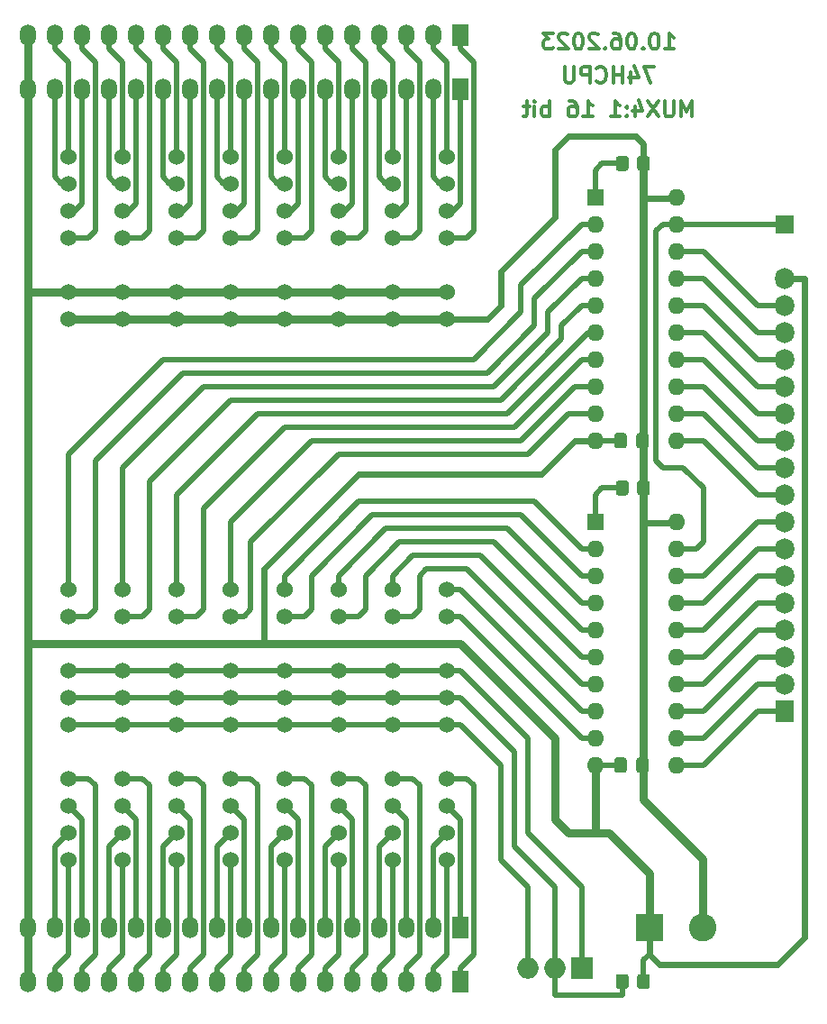
<source format=gbr>
%TF.GenerationSoftware,KiCad,Pcbnew,(5.1.8)-1*%
%TF.CreationDate,2023-06-16T08:46:22+03:00*%
%TF.ProjectId,MUX16bit,4d555831-3662-4697-942e-6b696361645f,rev?*%
%TF.SameCoordinates,Original*%
%TF.FileFunction,Copper,L2,Bot*%
%TF.FilePolarity,Positive*%
%FSLAX46Y46*%
G04 Gerber Fmt 4.6, Leading zero omitted, Abs format (unit mm)*
G04 Created by KiCad (PCBNEW (5.1.8)-1) date 2023-06-16 08:46:22*
%MOMM*%
%LPD*%
G01*
G04 APERTURE LIST*
%TA.AperFunction,NonConductor*%
%ADD10C,0.300000*%
%TD*%
%TA.AperFunction,ComponentPad*%
%ADD11O,1.800000X2.000000*%
%TD*%
%TA.AperFunction,ComponentPad*%
%ADD12R,1.800000X2.000000*%
%TD*%
%TA.AperFunction,ComponentPad*%
%ADD13O,1.500000X2.000000*%
%TD*%
%TA.AperFunction,ComponentPad*%
%ADD14R,1.500000X2.000000*%
%TD*%
%TA.AperFunction,ComponentPad*%
%ADD15C,2.600000*%
%TD*%
%TA.AperFunction,ComponentPad*%
%ADD16R,2.600000X2.600000*%
%TD*%
%TA.AperFunction,ComponentPad*%
%ADD17O,2.000000X2.000000*%
%TD*%
%TA.AperFunction,ComponentPad*%
%ADD18R,2.000000X2.000000*%
%TD*%
%TA.AperFunction,ComponentPad*%
%ADD19R,1.700000X1.700000*%
%TD*%
%TA.AperFunction,ComponentPad*%
%ADD20C,1.524000*%
%TD*%
%TA.AperFunction,ComponentPad*%
%ADD21O,1.600000X1.600000*%
%TD*%
%TA.AperFunction,ComponentPad*%
%ADD22R,1.600000X1.600000*%
%TD*%
%TA.AperFunction,Conductor*%
%ADD23C,0.500000*%
%TD*%
%TA.AperFunction,Conductor*%
%ADD24C,0.800000*%
%TD*%
%TA.AperFunction,Conductor*%
%ADD25C,0.600000*%
%TD*%
G04 APERTURE END LIST*
D10*
X151331428Y-33063571D02*
X151331428Y-31563571D01*
X150831428Y-32635000D01*
X150331428Y-31563571D01*
X150331428Y-33063571D01*
X149617142Y-31563571D02*
X149617142Y-32777857D01*
X149545714Y-32920714D01*
X149474285Y-32992142D01*
X149331428Y-33063571D01*
X149045714Y-33063571D01*
X148902857Y-32992142D01*
X148831428Y-32920714D01*
X148760000Y-32777857D01*
X148760000Y-31563571D01*
X148188571Y-31563571D02*
X147188571Y-33063571D01*
X147188571Y-31563571D02*
X148188571Y-33063571D01*
X145974285Y-32063571D02*
X145974285Y-33063571D01*
X146331428Y-31492142D02*
X146688571Y-32563571D01*
X145760000Y-32563571D01*
X145188571Y-32920714D02*
X145117142Y-32992142D01*
X145188571Y-33063571D01*
X145260000Y-32992142D01*
X145188571Y-32920714D01*
X145188571Y-33063571D01*
X145188571Y-32135000D02*
X145117142Y-32206428D01*
X145188571Y-32277857D01*
X145260000Y-32206428D01*
X145188571Y-32135000D01*
X145188571Y-32277857D01*
X143688571Y-33063571D02*
X144545714Y-33063571D01*
X144117142Y-33063571D02*
X144117142Y-31563571D01*
X144260000Y-31777857D01*
X144402857Y-31920714D01*
X144545714Y-31992142D01*
X141117142Y-33063571D02*
X141974285Y-33063571D01*
X141545714Y-33063571D02*
X141545714Y-31563571D01*
X141688571Y-31777857D01*
X141831428Y-31920714D01*
X141974285Y-31992142D01*
X139831428Y-31563571D02*
X140117142Y-31563571D01*
X140260000Y-31635000D01*
X140331428Y-31706428D01*
X140474285Y-31920714D01*
X140545714Y-32206428D01*
X140545714Y-32777857D01*
X140474285Y-32920714D01*
X140402857Y-32992142D01*
X140260000Y-33063571D01*
X139974285Y-33063571D01*
X139831428Y-32992142D01*
X139760000Y-32920714D01*
X139688571Y-32777857D01*
X139688571Y-32420714D01*
X139760000Y-32277857D01*
X139831428Y-32206428D01*
X139974285Y-32135000D01*
X140260000Y-32135000D01*
X140402857Y-32206428D01*
X140474285Y-32277857D01*
X140545714Y-32420714D01*
X137902857Y-33063571D02*
X137902857Y-31563571D01*
X137902857Y-32135000D02*
X137760000Y-32063571D01*
X137474285Y-32063571D01*
X137331428Y-32135000D01*
X137260000Y-32206428D01*
X137188571Y-32349285D01*
X137188571Y-32777857D01*
X137260000Y-32920714D01*
X137331428Y-32992142D01*
X137474285Y-33063571D01*
X137760000Y-33063571D01*
X137902857Y-32992142D01*
X136545714Y-33063571D02*
X136545714Y-32063571D01*
X136545714Y-31563571D02*
X136617142Y-31635000D01*
X136545714Y-31706428D01*
X136474285Y-31635000D01*
X136545714Y-31563571D01*
X136545714Y-31706428D01*
X136045714Y-32063571D02*
X135474285Y-32063571D01*
X135831428Y-31563571D02*
X135831428Y-32849285D01*
X135760000Y-32992142D01*
X135617142Y-33063571D01*
X135474285Y-33063571D01*
X147795714Y-28388571D02*
X146795714Y-28388571D01*
X147438571Y-29888571D01*
X145581428Y-28888571D02*
X145581428Y-29888571D01*
X145938571Y-28317142D02*
X146295714Y-29388571D01*
X145367142Y-29388571D01*
X144795714Y-29888571D02*
X144795714Y-28388571D01*
X144795714Y-29102857D02*
X143938571Y-29102857D01*
X143938571Y-29888571D02*
X143938571Y-28388571D01*
X142367142Y-29745714D02*
X142438571Y-29817142D01*
X142652857Y-29888571D01*
X142795714Y-29888571D01*
X143010000Y-29817142D01*
X143152857Y-29674285D01*
X143224285Y-29531428D01*
X143295714Y-29245714D01*
X143295714Y-29031428D01*
X143224285Y-28745714D01*
X143152857Y-28602857D01*
X143010000Y-28460000D01*
X142795714Y-28388571D01*
X142652857Y-28388571D01*
X142438571Y-28460000D01*
X142367142Y-28531428D01*
X141724285Y-29888571D02*
X141724285Y-28388571D01*
X141152857Y-28388571D01*
X141010000Y-28460000D01*
X140938571Y-28531428D01*
X140867142Y-28674285D01*
X140867142Y-28888571D01*
X140938571Y-29031428D01*
X141010000Y-29102857D01*
X141152857Y-29174285D01*
X141724285Y-29174285D01*
X140224285Y-28388571D02*
X140224285Y-29602857D01*
X140152857Y-29745714D01*
X140081428Y-29817142D01*
X139938571Y-29888571D01*
X139652857Y-29888571D01*
X139510000Y-29817142D01*
X139438571Y-29745714D01*
X139367142Y-29602857D01*
X139367142Y-28388571D01*
X148795714Y-26713571D02*
X149652857Y-26713571D01*
X149224285Y-26713571D02*
X149224285Y-25213571D01*
X149367142Y-25427857D01*
X149510000Y-25570714D01*
X149652857Y-25642142D01*
X147867142Y-25213571D02*
X147724285Y-25213571D01*
X147581428Y-25285000D01*
X147510000Y-25356428D01*
X147438571Y-25499285D01*
X147367142Y-25785000D01*
X147367142Y-26142142D01*
X147438571Y-26427857D01*
X147510000Y-26570714D01*
X147581428Y-26642142D01*
X147724285Y-26713571D01*
X147867142Y-26713571D01*
X148010000Y-26642142D01*
X148081428Y-26570714D01*
X148152857Y-26427857D01*
X148224285Y-26142142D01*
X148224285Y-25785000D01*
X148152857Y-25499285D01*
X148081428Y-25356428D01*
X148010000Y-25285000D01*
X147867142Y-25213571D01*
X146724285Y-26570714D02*
X146652857Y-26642142D01*
X146724285Y-26713571D01*
X146795714Y-26642142D01*
X146724285Y-26570714D01*
X146724285Y-26713571D01*
X145724285Y-25213571D02*
X145581428Y-25213571D01*
X145438571Y-25285000D01*
X145367142Y-25356428D01*
X145295714Y-25499285D01*
X145224285Y-25785000D01*
X145224285Y-26142142D01*
X145295714Y-26427857D01*
X145367142Y-26570714D01*
X145438571Y-26642142D01*
X145581428Y-26713571D01*
X145724285Y-26713571D01*
X145867142Y-26642142D01*
X145938571Y-26570714D01*
X146010000Y-26427857D01*
X146081428Y-26142142D01*
X146081428Y-25785000D01*
X146010000Y-25499285D01*
X145938571Y-25356428D01*
X145867142Y-25285000D01*
X145724285Y-25213571D01*
X143938571Y-25213571D02*
X144224285Y-25213571D01*
X144367142Y-25285000D01*
X144438571Y-25356428D01*
X144581428Y-25570714D01*
X144652857Y-25856428D01*
X144652857Y-26427857D01*
X144581428Y-26570714D01*
X144510000Y-26642142D01*
X144367142Y-26713571D01*
X144081428Y-26713571D01*
X143938571Y-26642142D01*
X143867142Y-26570714D01*
X143795714Y-26427857D01*
X143795714Y-26070714D01*
X143867142Y-25927857D01*
X143938571Y-25856428D01*
X144081428Y-25785000D01*
X144367142Y-25785000D01*
X144510000Y-25856428D01*
X144581428Y-25927857D01*
X144652857Y-26070714D01*
X143152857Y-26570714D02*
X143081428Y-26642142D01*
X143152857Y-26713571D01*
X143224285Y-26642142D01*
X143152857Y-26570714D01*
X143152857Y-26713571D01*
X142510000Y-25356428D02*
X142438571Y-25285000D01*
X142295714Y-25213571D01*
X141938571Y-25213571D01*
X141795714Y-25285000D01*
X141724285Y-25356428D01*
X141652857Y-25499285D01*
X141652857Y-25642142D01*
X141724285Y-25856428D01*
X142581428Y-26713571D01*
X141652857Y-26713571D01*
X140724285Y-25213571D02*
X140581428Y-25213571D01*
X140438571Y-25285000D01*
X140367142Y-25356428D01*
X140295714Y-25499285D01*
X140224285Y-25785000D01*
X140224285Y-26142142D01*
X140295714Y-26427857D01*
X140367142Y-26570714D01*
X140438571Y-26642142D01*
X140581428Y-26713571D01*
X140724285Y-26713571D01*
X140867142Y-26642142D01*
X140938571Y-26570714D01*
X141010000Y-26427857D01*
X141081428Y-26142142D01*
X141081428Y-25785000D01*
X141010000Y-25499285D01*
X140938571Y-25356428D01*
X140867142Y-25285000D01*
X140724285Y-25213571D01*
X139652857Y-25356428D02*
X139581428Y-25285000D01*
X139438571Y-25213571D01*
X139081428Y-25213571D01*
X138938571Y-25285000D01*
X138867142Y-25356428D01*
X138795714Y-25499285D01*
X138795714Y-25642142D01*
X138867142Y-25856428D01*
X139724285Y-26713571D01*
X138795714Y-26713571D01*
X138295714Y-25213571D02*
X137367142Y-25213571D01*
X137867142Y-25785000D01*
X137652857Y-25785000D01*
X137510000Y-25856428D01*
X137438571Y-25927857D01*
X137367142Y-26070714D01*
X137367142Y-26427857D01*
X137438571Y-26570714D01*
X137510000Y-26642142D01*
X137652857Y-26713571D01*
X138081428Y-26713571D01*
X138224285Y-26642142D01*
X138295714Y-26570714D01*
%TO.P,C2,2*%
%TO.N,GND*%
%TA.AperFunction,SMDPad,CuDef*%
G36*
G01*
X145197500Y-63025000D02*
X145197500Y-63975000D01*
G75*
G02*
X144947500Y-64225000I-250000J0D01*
G01*
X144272500Y-64225000D01*
G75*
G02*
X144022500Y-63975000I0J250000D01*
G01*
X144022500Y-63025000D01*
G75*
G02*
X144272500Y-62775000I250000J0D01*
G01*
X144947500Y-62775000D01*
G75*
G02*
X145197500Y-63025000I0J-250000D01*
G01*
G37*
%TD.AperFunction*%
%TO.P,C2,1*%
%TO.N,VCC*%
%TA.AperFunction,SMDPad,CuDef*%
G36*
G01*
X147272500Y-63025000D02*
X147272500Y-63975000D01*
G75*
G02*
X147022500Y-64225000I-250000J0D01*
G01*
X146347500Y-64225000D01*
G75*
G02*
X146097500Y-63975000I0J250000D01*
G01*
X146097500Y-63025000D01*
G75*
G02*
X146347500Y-62775000I250000J0D01*
G01*
X147022500Y-62775000D01*
G75*
G02*
X147272500Y-63025000I0J-250000D01*
G01*
G37*
%TD.AperFunction*%
%TD*%
%TO.P,C1,2*%
%TO.N,GND*%
%TA.AperFunction,SMDPad,CuDef*%
G36*
G01*
X145197500Y-93505000D02*
X145197500Y-94455000D01*
G75*
G02*
X144947500Y-94705000I-250000J0D01*
G01*
X144272500Y-94705000D01*
G75*
G02*
X144022500Y-94455000I0J250000D01*
G01*
X144022500Y-93505000D01*
G75*
G02*
X144272500Y-93255000I250000J0D01*
G01*
X144947500Y-93255000D01*
G75*
G02*
X145197500Y-93505000I0J-250000D01*
G01*
G37*
%TD.AperFunction*%
%TO.P,C1,1*%
%TO.N,VCC*%
%TA.AperFunction,SMDPad,CuDef*%
G36*
G01*
X147272500Y-93505000D02*
X147272500Y-94455000D01*
G75*
G02*
X147022500Y-94705000I-250000J0D01*
G01*
X146347500Y-94705000D01*
G75*
G02*
X146097500Y-94455000I0J250000D01*
G01*
X146097500Y-93505000D01*
G75*
G02*
X146347500Y-93255000I250000J0D01*
G01*
X147022500Y-93255000D01*
G75*
G02*
X147272500Y-93505000I0J-250000D01*
G01*
G37*
%TD.AperFunction*%
%TD*%
D11*
%TO.P,J5,17*%
%TO.N,GND*%
X160020000Y-48260000D03*
%TO.P,J5,16*%
%TO.N,/BUS0*%
X160020000Y-50800000D03*
%TO.P,J5,15*%
%TO.N,/BUS1*%
X160020000Y-53340000D03*
%TO.P,J5,14*%
%TO.N,/BUS2*%
X160020000Y-55880000D03*
%TO.P,J5,13*%
%TO.N,/BUS3*%
X160020000Y-58420000D03*
%TO.P,J5,12*%
%TO.N,/BUS4*%
X160020000Y-60960000D03*
%TO.P,J5,11*%
%TO.N,/BUS5*%
X160020000Y-63500000D03*
%TO.P,J5,10*%
%TO.N,/BUS6*%
X160020000Y-66040000D03*
%TO.P,J5,9*%
%TO.N,/BUS7*%
X160020000Y-68580000D03*
%TO.P,J5,8*%
%TO.N,/BUS8*%
X160020000Y-71120000D03*
%TO.P,J5,7*%
%TO.N,/BUS9*%
X160020000Y-73660000D03*
%TO.P,J5,6*%
%TO.N,/BUS10*%
X160020000Y-76200000D03*
%TO.P,J5,5*%
%TO.N,/BUS11*%
X160020000Y-78740000D03*
%TO.P,J5,4*%
%TO.N,/BUS12*%
X160020000Y-81280000D03*
%TO.P,J5,3*%
%TO.N,/BUS13*%
X160020000Y-83820000D03*
%TO.P,J5,2*%
%TO.N,/BUS14*%
X160020000Y-86360000D03*
D12*
%TO.P,J5,1*%
%TO.N,/BUS15*%
X160020000Y-88900000D03*
%TD*%
D13*
%TO.P,J4,17*%
%TO.N,GND*%
X88900000Y-114300000D03*
%TO.P,J4,16*%
%TO.N,/D0*%
X91440000Y-114300000D03*
%TO.P,J4,15*%
%TO.N,/D1*%
X93980000Y-114300000D03*
%TO.P,J4,14*%
%TO.N,/D2*%
X96520000Y-114300000D03*
%TO.P,J4,13*%
%TO.N,/D3*%
X99060000Y-114300000D03*
%TO.P,J4,12*%
%TO.N,/D4*%
X101600000Y-114300000D03*
%TO.P,J4,11*%
%TO.N,/D5*%
X104140000Y-114300000D03*
%TO.P,J4,10*%
%TO.N,/D6*%
X106680000Y-114300000D03*
%TO.P,J4,9*%
%TO.N,/D7*%
X109220000Y-114300000D03*
%TO.P,J4,8*%
%TO.N,/D8*%
X111760000Y-114300000D03*
%TO.P,J4,7*%
%TO.N,/D9*%
X114300000Y-114300000D03*
%TO.P,J4,6*%
%TO.N,/D10*%
X116840000Y-114300000D03*
%TO.P,J4,5*%
%TO.N,/D11*%
X119380000Y-114300000D03*
%TO.P,J4,4*%
%TO.N,/D12*%
X121920000Y-114300000D03*
%TO.P,J4,3*%
%TO.N,/D13*%
X124460000Y-114300000D03*
%TO.P,J4,2*%
%TO.N,/D14*%
X127000000Y-114300000D03*
D14*
%TO.P,J4,1*%
%TO.N,/D15*%
X129540000Y-114300000D03*
%TD*%
D13*
%TO.P,J3,17*%
%TO.N,GND*%
X88900000Y-109220000D03*
%TO.P,J3,16*%
%TO.N,/C0*%
X91440000Y-109220000D03*
%TO.P,J3,15*%
%TO.N,/C1*%
X93980000Y-109220000D03*
%TO.P,J3,14*%
%TO.N,/C2*%
X96520000Y-109220000D03*
%TO.P,J3,13*%
%TO.N,/C3*%
X99060000Y-109220000D03*
%TO.P,J3,12*%
%TO.N,/C4*%
X101600000Y-109220000D03*
%TO.P,J3,11*%
%TO.N,/C5*%
X104140000Y-109220000D03*
%TO.P,J3,10*%
%TO.N,/C6*%
X106680000Y-109220000D03*
%TO.P,J3,9*%
%TO.N,/C7*%
X109220000Y-109220000D03*
%TO.P,J3,8*%
%TO.N,/C8*%
X111760000Y-109220000D03*
%TO.P,J3,7*%
%TO.N,/C9*%
X114300000Y-109220000D03*
%TO.P,J3,6*%
%TO.N,/C10*%
X116840000Y-109220000D03*
%TO.P,J3,5*%
%TO.N,/C11*%
X119380000Y-109220000D03*
%TO.P,J3,4*%
%TO.N,/C12*%
X121920000Y-109220000D03*
%TO.P,J3,3*%
%TO.N,/C13*%
X124460000Y-109220000D03*
%TO.P,J3,2*%
%TO.N,/C14*%
X127000000Y-109220000D03*
D14*
%TO.P,J3,1*%
%TO.N,/C15*%
X129540000Y-109220000D03*
%TD*%
D13*
%TO.P,J2,17*%
%TO.N,GND*%
X88900000Y-30480000D03*
%TO.P,J2,16*%
%TO.N,/B0*%
X91440000Y-30480000D03*
%TO.P,J2,15*%
%TO.N,/B1*%
X93980000Y-30480000D03*
%TO.P,J2,14*%
%TO.N,/B2*%
X96520000Y-30480000D03*
%TO.P,J2,13*%
%TO.N,/B3*%
X99060000Y-30480000D03*
%TO.P,J2,12*%
%TO.N,/B4*%
X101600000Y-30480000D03*
%TO.P,J2,11*%
%TO.N,/B5*%
X104140000Y-30480000D03*
%TO.P,J2,10*%
%TO.N,/B6*%
X106680000Y-30480000D03*
%TO.P,J2,9*%
%TO.N,/B7*%
X109220000Y-30480000D03*
%TO.P,J2,8*%
%TO.N,/B8*%
X111760000Y-30480000D03*
%TO.P,J2,7*%
%TO.N,/B9*%
X114300000Y-30480000D03*
%TO.P,J2,6*%
%TO.N,/B10*%
X116840000Y-30480000D03*
%TO.P,J2,5*%
%TO.N,/B11*%
X119380000Y-30480000D03*
%TO.P,J2,4*%
%TO.N,/B12*%
X121920000Y-30480000D03*
%TO.P,J2,3*%
%TO.N,/B13*%
X124460000Y-30480000D03*
%TO.P,J2,2*%
%TO.N,/B14*%
X127000000Y-30480000D03*
D14*
%TO.P,J2,1*%
%TO.N,/B15*%
X129540000Y-30480000D03*
%TD*%
D13*
%TO.P,J1,17*%
%TO.N,GND*%
X88900000Y-25400000D03*
%TO.P,J1,16*%
%TO.N,/A0*%
X91440000Y-25400000D03*
%TO.P,J1,15*%
%TO.N,/A1*%
X93980000Y-25400000D03*
%TO.P,J1,14*%
%TO.N,/A2*%
X96520000Y-25400000D03*
%TO.P,J1,13*%
%TO.N,/A3*%
X99060000Y-25400000D03*
%TO.P,J1,12*%
%TO.N,/A4*%
X101600000Y-25400000D03*
%TO.P,J1,11*%
%TO.N,/A5*%
X104140000Y-25400000D03*
%TO.P,J1,10*%
%TO.N,/A6*%
X106680000Y-25400000D03*
%TO.P,J1,9*%
%TO.N,/A7*%
X109220000Y-25400000D03*
%TO.P,J1,8*%
%TO.N,/A8*%
X111760000Y-25400000D03*
%TO.P,J1,7*%
%TO.N,/A9*%
X114300000Y-25400000D03*
%TO.P,J1,6*%
%TO.N,/A10*%
X116840000Y-25400000D03*
%TO.P,J1,5*%
%TO.N,/A11*%
X119380000Y-25400000D03*
%TO.P,J1,4*%
%TO.N,/A12*%
X121920000Y-25400000D03*
%TO.P,J1,3*%
%TO.N,/A13*%
X124460000Y-25400000D03*
%TO.P,J1,2*%
%TO.N,/A14*%
X127000000Y-25400000D03*
D14*
%TO.P,J1,1*%
%TO.N,/A15*%
X129540000Y-25400000D03*
%TD*%
%TO.P,R3,2*%
%TO.N,/~E*%
%TA.AperFunction,SMDPad,CuDef*%
G36*
G01*
X145380000Y-113849999D02*
X145380000Y-114750001D01*
G75*
G02*
X145130001Y-115000000I-249999J0D01*
G01*
X144429999Y-115000000D01*
G75*
G02*
X144180000Y-114750001I0J249999D01*
G01*
X144180000Y-113849999D01*
G75*
G02*
X144429999Y-113600000I249999J0D01*
G01*
X145130001Y-113600000D01*
G75*
G02*
X145380000Y-113849999I0J-249999D01*
G01*
G37*
%TD.AperFunction*%
%TO.P,R3,1*%
%TO.N,GND*%
%TA.AperFunction,SMDPad,CuDef*%
G36*
G01*
X147380000Y-113849999D02*
X147380000Y-114750001D01*
G75*
G02*
X147130001Y-115000000I-249999J0D01*
G01*
X146429999Y-115000000D01*
G75*
G02*
X146180000Y-114750001I0J249999D01*
G01*
X146180000Y-113849999D01*
G75*
G02*
X146429999Y-113600000I249999J0D01*
G01*
X147130001Y-113600000D01*
G75*
G02*
X147380000Y-113849999I0J-249999D01*
G01*
G37*
%TD.AperFunction*%
%TD*%
%TO.P,R2,2*%
%TO.N,VCC*%
%TA.AperFunction,SMDPad,CuDef*%
G36*
G01*
X146180000Y-68395001D02*
X146180000Y-67494999D01*
G75*
G02*
X146429999Y-67245000I249999J0D01*
G01*
X147130001Y-67245000D01*
G75*
G02*
X147380000Y-67494999I0J-249999D01*
G01*
X147380000Y-68395001D01*
G75*
G02*
X147130001Y-68645000I-249999J0D01*
G01*
X146429999Y-68645000D01*
G75*
G02*
X146180000Y-68395001I0J249999D01*
G01*
G37*
%TD.AperFunction*%
%TO.P,R2,1*%
%TO.N,Net-(R2-Pad1)*%
%TA.AperFunction,SMDPad,CuDef*%
G36*
G01*
X144180000Y-68395001D02*
X144180000Y-67494999D01*
G75*
G02*
X144429999Y-67245000I249999J0D01*
G01*
X145130001Y-67245000D01*
G75*
G02*
X145380000Y-67494999I0J-249999D01*
G01*
X145380000Y-68395001D01*
G75*
G02*
X145130001Y-68645000I-249999J0D01*
G01*
X144429999Y-68645000D01*
G75*
G02*
X144180000Y-68395001I0J249999D01*
G01*
G37*
%TD.AperFunction*%
%TD*%
%TO.P,R1,2*%
%TO.N,VCC*%
%TA.AperFunction,SMDPad,CuDef*%
G36*
G01*
X146180000Y-37915001D02*
X146180000Y-37014999D01*
G75*
G02*
X146429999Y-36765000I249999J0D01*
G01*
X147130001Y-36765000D01*
G75*
G02*
X147380000Y-37014999I0J-249999D01*
G01*
X147380000Y-37915001D01*
G75*
G02*
X147130001Y-38165000I-249999J0D01*
G01*
X146429999Y-38165000D01*
G75*
G02*
X146180000Y-37915001I0J249999D01*
G01*
G37*
%TD.AperFunction*%
%TO.P,R1,1*%
%TO.N,Net-(R1-Pad1)*%
%TA.AperFunction,SMDPad,CuDef*%
G36*
G01*
X144180000Y-37915001D02*
X144180000Y-37014999D01*
G75*
G02*
X144429999Y-36765000I249999J0D01*
G01*
X145130001Y-36765000D01*
G75*
G02*
X145380000Y-37014999I0J-249999D01*
G01*
X145380000Y-37915001D01*
G75*
G02*
X145130001Y-38165000I-249999J0D01*
G01*
X144429999Y-38165000D01*
G75*
G02*
X144180000Y-37915001I0J249999D01*
G01*
G37*
%TD.AperFunction*%
%TD*%
D15*
%TO.P,J8,2*%
%TO.N,VCC*%
X152320000Y-109220000D03*
D16*
%TO.P,J8,1*%
%TO.N,GND*%
X147320000Y-109220000D03*
%TD*%
D17*
%TO.P,J7,3*%
%TO.N,/S1*%
X135890000Y-113030000D03*
%TO.P,J7,2*%
%TO.N,/~E*%
X138430000Y-113030000D03*
D18*
%TO.P,J7,1*%
%TO.N,/S0*%
X140970000Y-113030000D03*
%TD*%
D19*
%TO.P,J6,1*%
%TO.N,/~OE*%
X160020000Y-43180000D03*
%TD*%
D20*
%TO.P,U8,15*%
%TO.N,/D14*%
X128270000Y-102870000D03*
%TO.P,U8,14*%
%TO.N,/C14*%
X128270000Y-100330000D03*
%TO.P,U8,13*%
%TO.N,/C15*%
X128270000Y-97790000D03*
%TO.P,U8,12*%
%TO.N,/D15*%
X128270000Y-95250000D03*
%TO.P,U8,11*%
%TO.N,/S1*%
X128270000Y-90170000D03*
%TO.P,U8,10*%
%TO.N,/~E*%
X128270000Y-87630000D03*
%TO.P,U8,9*%
%TO.N,/S0*%
X128270000Y-85090000D03*
%TO.P,U8,8*%
%TO.N,/O15*%
X128270000Y-80010000D03*
%TO.P,U8,7*%
%TO.N,/O14*%
X128270000Y-77470000D03*
%TO.P,U8,6*%
%TO.N,VCC*%
X128270000Y-52070000D03*
%TO.P,U8,5*%
%TO.N,GND*%
X128270000Y-49530000D03*
%TO.P,U8,4*%
%TO.N,/A15*%
X128270000Y-44450000D03*
%TO.P,U8,3*%
%TO.N,/B15*%
X128270000Y-41910000D03*
%TO.P,U8,2*%
%TO.N,/B14*%
X128270000Y-39370000D03*
%TO.P,U8,1*%
%TO.N,/A14*%
X128270000Y-36830000D03*
%TD*%
%TO.P,U7,15*%
%TO.N,/D12*%
X123190000Y-102870000D03*
%TO.P,U7,14*%
%TO.N,/C12*%
X123190000Y-100330000D03*
%TO.P,U7,13*%
%TO.N,/C13*%
X123190000Y-97790000D03*
%TO.P,U7,12*%
%TO.N,/D13*%
X123190000Y-95250000D03*
%TO.P,U7,11*%
%TO.N,/S1*%
X123190000Y-90170000D03*
%TO.P,U7,10*%
%TO.N,/~E*%
X123190000Y-87630000D03*
%TO.P,U7,9*%
%TO.N,/S0*%
X123190000Y-85090000D03*
%TO.P,U7,8*%
%TO.N,/O13*%
X123190000Y-80010000D03*
%TO.P,U7,7*%
%TO.N,/O12*%
X123190000Y-77470000D03*
%TO.P,U7,6*%
%TO.N,VCC*%
X123190000Y-52070000D03*
%TO.P,U7,5*%
%TO.N,GND*%
X123190000Y-49530000D03*
%TO.P,U7,4*%
%TO.N,/A13*%
X123190000Y-44450000D03*
%TO.P,U7,3*%
%TO.N,/B13*%
X123190000Y-41910000D03*
%TO.P,U7,2*%
%TO.N,/B12*%
X123190000Y-39370000D03*
%TO.P,U7,1*%
%TO.N,/A12*%
X123190000Y-36830000D03*
%TD*%
%TO.P,U6,15*%
%TO.N,/D10*%
X118110000Y-102870000D03*
%TO.P,U6,14*%
%TO.N,/C10*%
X118110000Y-100330000D03*
%TO.P,U6,13*%
%TO.N,/C11*%
X118110000Y-97790000D03*
%TO.P,U6,12*%
%TO.N,/D11*%
X118110000Y-95250000D03*
%TO.P,U6,11*%
%TO.N,/S1*%
X118110000Y-90170000D03*
%TO.P,U6,10*%
%TO.N,/~E*%
X118110000Y-87630000D03*
%TO.P,U6,9*%
%TO.N,/S0*%
X118110000Y-85090000D03*
%TO.P,U6,8*%
%TO.N,/O11*%
X118110000Y-80010000D03*
%TO.P,U6,7*%
%TO.N,/O10*%
X118110000Y-77470000D03*
%TO.P,U6,6*%
%TO.N,VCC*%
X118110000Y-52070000D03*
%TO.P,U6,5*%
%TO.N,GND*%
X118110000Y-49530000D03*
%TO.P,U6,4*%
%TO.N,/A11*%
X118110000Y-44450000D03*
%TO.P,U6,3*%
%TO.N,/B11*%
X118110000Y-41910000D03*
%TO.P,U6,2*%
%TO.N,/B10*%
X118110000Y-39370000D03*
%TO.P,U6,1*%
%TO.N,/A10*%
X118110000Y-36830000D03*
%TD*%
%TO.P,U5,15*%
%TO.N,/D8*%
X113030000Y-102870000D03*
%TO.P,U5,14*%
%TO.N,/C8*%
X113030000Y-100330000D03*
%TO.P,U5,13*%
%TO.N,/C9*%
X113030000Y-97790000D03*
%TO.P,U5,12*%
%TO.N,/D9*%
X113030000Y-95250000D03*
%TO.P,U5,11*%
%TO.N,/S1*%
X113030000Y-90170000D03*
%TO.P,U5,10*%
%TO.N,/~E*%
X113030000Y-87630000D03*
%TO.P,U5,9*%
%TO.N,/S0*%
X113030000Y-85090000D03*
%TO.P,U5,8*%
%TO.N,/O9*%
X113030000Y-80010000D03*
%TO.P,U5,7*%
%TO.N,/O8*%
X113030000Y-77470000D03*
%TO.P,U5,6*%
%TO.N,VCC*%
X113030000Y-52070000D03*
%TO.P,U5,5*%
%TO.N,GND*%
X113030000Y-49530000D03*
%TO.P,U5,4*%
%TO.N,/A9*%
X113030000Y-44450000D03*
%TO.P,U5,3*%
%TO.N,/B9*%
X113030000Y-41910000D03*
%TO.P,U5,2*%
%TO.N,/B8*%
X113030000Y-39370000D03*
%TO.P,U5,1*%
%TO.N,/A8*%
X113030000Y-36830000D03*
%TD*%
%TO.P,U4,15*%
%TO.N,/D6*%
X107950000Y-102870000D03*
%TO.P,U4,14*%
%TO.N,/C6*%
X107950000Y-100330000D03*
%TO.P,U4,13*%
%TO.N,/C7*%
X107950000Y-97790000D03*
%TO.P,U4,12*%
%TO.N,/D7*%
X107950000Y-95250000D03*
%TO.P,U4,11*%
%TO.N,/S1*%
X107950000Y-90170000D03*
%TO.P,U4,10*%
%TO.N,/~E*%
X107950000Y-87630000D03*
%TO.P,U4,9*%
%TO.N,/S0*%
X107950000Y-85090000D03*
%TO.P,U4,8*%
%TO.N,/O7*%
X107950000Y-80010000D03*
%TO.P,U4,7*%
%TO.N,/O6*%
X107950000Y-77470000D03*
%TO.P,U4,6*%
%TO.N,VCC*%
X107950000Y-52070000D03*
%TO.P,U4,5*%
%TO.N,GND*%
X107950000Y-49530000D03*
%TO.P,U4,4*%
%TO.N,/A7*%
X107950000Y-44450000D03*
%TO.P,U4,3*%
%TO.N,/B7*%
X107950000Y-41910000D03*
%TO.P,U4,2*%
%TO.N,/B6*%
X107950000Y-39370000D03*
%TO.P,U4,1*%
%TO.N,/A6*%
X107950000Y-36830000D03*
%TD*%
%TO.P,U3,15*%
%TO.N,/D4*%
X102870000Y-102870000D03*
%TO.P,U3,14*%
%TO.N,/C4*%
X102870000Y-100330000D03*
%TO.P,U3,13*%
%TO.N,/C5*%
X102870000Y-97790000D03*
%TO.P,U3,12*%
%TO.N,/D5*%
X102870000Y-95250000D03*
%TO.P,U3,11*%
%TO.N,/S1*%
X102870000Y-90170000D03*
%TO.P,U3,10*%
%TO.N,/~E*%
X102870000Y-87630000D03*
%TO.P,U3,9*%
%TO.N,/S0*%
X102870000Y-85090000D03*
%TO.P,U3,8*%
%TO.N,/O5*%
X102870000Y-80010000D03*
%TO.P,U3,7*%
%TO.N,/O4*%
X102870000Y-77470000D03*
%TO.P,U3,6*%
%TO.N,VCC*%
X102870000Y-52070000D03*
%TO.P,U3,5*%
%TO.N,GND*%
X102870000Y-49530000D03*
%TO.P,U3,4*%
%TO.N,/A5*%
X102870000Y-44450000D03*
%TO.P,U3,3*%
%TO.N,/B5*%
X102870000Y-41910000D03*
%TO.P,U3,2*%
%TO.N,/B4*%
X102870000Y-39370000D03*
%TO.P,U3,1*%
%TO.N,/A4*%
X102870000Y-36830000D03*
%TD*%
%TO.P,U2,15*%
%TO.N,/D2*%
X97790000Y-102870000D03*
%TO.P,U2,14*%
%TO.N,/C2*%
X97790000Y-100330000D03*
%TO.P,U2,13*%
%TO.N,/C3*%
X97790000Y-97790000D03*
%TO.P,U2,12*%
%TO.N,/D3*%
X97790000Y-95250000D03*
%TO.P,U2,11*%
%TO.N,/S1*%
X97790000Y-90170000D03*
%TO.P,U2,10*%
%TO.N,/~E*%
X97790000Y-87630000D03*
%TO.P,U2,9*%
%TO.N,/S0*%
X97790000Y-85090000D03*
%TO.P,U2,8*%
%TO.N,/O3*%
X97790000Y-80010000D03*
%TO.P,U2,7*%
%TO.N,/O2*%
X97790000Y-77470000D03*
%TO.P,U2,6*%
%TO.N,VCC*%
X97790000Y-52070000D03*
%TO.P,U2,5*%
%TO.N,GND*%
X97790000Y-49530000D03*
%TO.P,U2,4*%
%TO.N,/A3*%
X97790000Y-44450000D03*
%TO.P,U2,3*%
%TO.N,/B3*%
X97790000Y-41910000D03*
%TO.P,U2,2*%
%TO.N,/B2*%
X97790000Y-39370000D03*
%TO.P,U2,1*%
%TO.N,/A2*%
X97790000Y-36830000D03*
%TD*%
%TO.P,U1,15*%
%TO.N,/D0*%
X92710000Y-102870000D03*
%TO.P,U1,14*%
%TO.N,/C0*%
X92710000Y-100330000D03*
%TO.P,U1,13*%
%TO.N,/C1*%
X92710000Y-97790000D03*
%TO.P,U1,12*%
%TO.N,/D1*%
X92710000Y-95250000D03*
%TO.P,U1,11*%
%TO.N,/S1*%
X92710000Y-90170000D03*
%TO.P,U1,10*%
%TO.N,/~E*%
X92710000Y-87630000D03*
%TO.P,U1,9*%
%TO.N,/S0*%
X92710000Y-85090000D03*
%TO.P,U1,8*%
%TO.N,/O1*%
X92710000Y-80010000D03*
%TO.P,U1,7*%
%TO.N,/O0*%
X92710000Y-77470000D03*
%TO.P,U1,6*%
%TO.N,VCC*%
X92710000Y-52070000D03*
%TO.P,U1,5*%
%TO.N,GND*%
X92710000Y-49530000D03*
%TO.P,U1,4*%
%TO.N,/A1*%
X92710000Y-44450000D03*
%TO.P,U1,3*%
%TO.N,/B1*%
X92710000Y-41910000D03*
%TO.P,U1,2*%
%TO.N,/B0*%
X92710000Y-39370000D03*
%TO.P,U1,1*%
%TO.N,/A0*%
X92710000Y-36830000D03*
%TD*%
D21*
%TO.P,U10,20*%
%TO.N,VCC*%
X149860000Y-71120000D03*
%TO.P,U10,10*%
%TO.N,GND*%
X142240000Y-93980000D03*
%TO.P,U10,19*%
%TO.N,/~OE*%
X149860000Y-73660000D03*
%TO.P,U10,9*%
%TO.N,/O15*%
X142240000Y-91440000D03*
%TO.P,U10,18*%
%TO.N,/BUS8*%
X149860000Y-76200000D03*
%TO.P,U10,8*%
%TO.N,/O14*%
X142240000Y-88900000D03*
%TO.P,U10,17*%
%TO.N,/BUS9*%
X149860000Y-78740000D03*
%TO.P,U10,7*%
%TO.N,/O13*%
X142240000Y-86360000D03*
%TO.P,U10,16*%
%TO.N,/BUS10*%
X149860000Y-81280000D03*
%TO.P,U10,6*%
%TO.N,/O12*%
X142240000Y-83820000D03*
%TO.P,U10,15*%
%TO.N,/BUS11*%
X149860000Y-83820000D03*
%TO.P,U10,5*%
%TO.N,/O11*%
X142240000Y-81280000D03*
%TO.P,U10,14*%
%TO.N,/BUS12*%
X149860000Y-86360000D03*
%TO.P,U10,4*%
%TO.N,/O10*%
X142240000Y-78740000D03*
%TO.P,U10,13*%
%TO.N,/BUS13*%
X149860000Y-88900000D03*
%TO.P,U10,3*%
%TO.N,/O9*%
X142240000Y-76200000D03*
%TO.P,U10,12*%
%TO.N,/BUS14*%
X149860000Y-91440000D03*
%TO.P,U10,2*%
%TO.N,/O8*%
X142240000Y-73660000D03*
%TO.P,U10,11*%
%TO.N,/BUS15*%
X149860000Y-93980000D03*
D22*
%TO.P,U10,1*%
%TO.N,Net-(R2-Pad1)*%
X142240000Y-71120000D03*
%TD*%
D21*
%TO.P,U9,20*%
%TO.N,VCC*%
X149860000Y-40640000D03*
%TO.P,U9,10*%
%TO.N,GND*%
X142240000Y-63500000D03*
%TO.P,U9,19*%
%TO.N,/~OE*%
X149860000Y-43180000D03*
%TO.P,U9,9*%
%TO.N,/O7*%
X142240000Y-60960000D03*
%TO.P,U9,18*%
%TO.N,/BUS0*%
X149860000Y-45720000D03*
%TO.P,U9,8*%
%TO.N,/O6*%
X142240000Y-58420000D03*
%TO.P,U9,17*%
%TO.N,/BUS1*%
X149860000Y-48260000D03*
%TO.P,U9,7*%
%TO.N,/O5*%
X142240000Y-55880000D03*
%TO.P,U9,16*%
%TO.N,/BUS2*%
X149860000Y-50800000D03*
%TO.P,U9,6*%
%TO.N,/O4*%
X142240000Y-53340000D03*
%TO.P,U9,15*%
%TO.N,/BUS3*%
X149860000Y-53340000D03*
%TO.P,U9,5*%
%TO.N,/O3*%
X142240000Y-50800000D03*
%TO.P,U9,14*%
%TO.N,/BUS4*%
X149860000Y-55880000D03*
%TO.P,U9,4*%
%TO.N,/O2*%
X142240000Y-48260000D03*
%TO.P,U9,13*%
%TO.N,/BUS5*%
X149860000Y-58420000D03*
%TO.P,U9,3*%
%TO.N,/O1*%
X142240000Y-45720000D03*
%TO.P,U9,12*%
%TO.N,/BUS6*%
X149860000Y-60960000D03*
%TO.P,U9,2*%
%TO.N,/O0*%
X142240000Y-43180000D03*
%TO.P,U9,11*%
%TO.N,/BUS7*%
X149860000Y-63500000D03*
D22*
%TO.P,U9,1*%
%TO.N,Net-(R1-Pad1)*%
X142240000Y-40640000D03*
%TD*%
D23*
%TO.N,/A15*%
X130175000Y-44450000D02*
X128270000Y-44450000D01*
X130810000Y-43815000D02*
X130175000Y-44450000D01*
X130810000Y-27940000D02*
X130810000Y-43815000D01*
X129540000Y-26670000D02*
X130810000Y-27940000D01*
X129540000Y-25400000D02*
X129540000Y-26670000D01*
%TO.N,/A14*%
X127000000Y-26670000D02*
X127000000Y-25400000D01*
X128270000Y-27940000D02*
X127000000Y-26670000D01*
X128270000Y-36830000D02*
X128270000Y-27940000D01*
%TO.N,/A13*%
X125095000Y-44450000D02*
X123190000Y-44450000D01*
X125730000Y-43815000D02*
X125095000Y-44450000D01*
X125730000Y-27940000D02*
X125730000Y-43815000D01*
X124460000Y-26670000D02*
X125730000Y-27940000D01*
X124460000Y-25400000D02*
X124460000Y-26670000D01*
%TO.N,/A12*%
X123190000Y-36830000D02*
X123190000Y-27940000D01*
X121920000Y-26670000D02*
X121920000Y-25400000D01*
X123190000Y-27940000D02*
X121920000Y-26670000D01*
%TO.N,/A11*%
X119380000Y-25400000D02*
X119380000Y-26670000D01*
X119380000Y-26670000D02*
X120650000Y-27940000D01*
X120650000Y-27940000D02*
X120650000Y-43815000D01*
X120015000Y-44450000D02*
X118110000Y-44450000D01*
X120650000Y-43815000D02*
X120015000Y-44450000D01*
%TO.N,/A10*%
X118110000Y-36830000D02*
X118110000Y-27940000D01*
X116840000Y-26670000D02*
X116840000Y-25400000D01*
X118110000Y-27940000D02*
X116840000Y-26670000D01*
%TO.N,/A9*%
X114300000Y-25400000D02*
X114300000Y-26670000D01*
X114300000Y-26670000D02*
X115570000Y-27940000D01*
X115570000Y-27940000D02*
X115570000Y-43815000D01*
X114935000Y-44450000D02*
X113030000Y-44450000D01*
X115570000Y-43815000D02*
X114935000Y-44450000D01*
%TO.N,/A8*%
X111760000Y-26670000D02*
X111760000Y-25400000D01*
X113030000Y-27940000D02*
X111760000Y-26670000D01*
X113030000Y-36830000D02*
X113030000Y-27940000D01*
%TO.N,/A7*%
X109220000Y-25400000D02*
X109220000Y-26670000D01*
X109220000Y-26670000D02*
X110490000Y-27940000D01*
X110490000Y-27940000D02*
X110490000Y-43815000D01*
X109855000Y-44450000D02*
X107950000Y-44450000D01*
X110490000Y-43815000D02*
X109855000Y-44450000D01*
%TO.N,/A6*%
X107950000Y-36830000D02*
X107950000Y-27940000D01*
X106680000Y-26670000D02*
X106680000Y-25400000D01*
X107950000Y-27940000D02*
X106680000Y-26670000D01*
%TO.N,/A5*%
X104140000Y-25400000D02*
X104140000Y-26670000D01*
X104140000Y-26670000D02*
X105410000Y-27940000D01*
X105410000Y-27940000D02*
X105410000Y-43815000D01*
X104775000Y-44450000D02*
X102870000Y-44450000D01*
X105410000Y-43815000D02*
X104775000Y-44450000D01*
%TO.N,/A4*%
X101600000Y-25400000D02*
X101600000Y-26670000D01*
X102870000Y-27940000D02*
X102870000Y-28575000D01*
X101600000Y-26670000D02*
X102870000Y-27940000D01*
X102870000Y-36830000D02*
X102870000Y-28575000D01*
%TO.N,/A3*%
X99695000Y-44450000D02*
X97790000Y-44450000D01*
X100330000Y-43815000D02*
X99695000Y-44450000D01*
X100330000Y-27940000D02*
X100330000Y-43815000D01*
X99060000Y-26670000D02*
X100330000Y-27940000D01*
X99060000Y-25400000D02*
X99060000Y-26670000D01*
%TO.N,/A2*%
X97790000Y-36830000D02*
X97790000Y-27940000D01*
X96520000Y-26670000D02*
X96520000Y-25400000D01*
X97790000Y-27940000D02*
X96520000Y-26670000D01*
%TO.N,/A1*%
X93980000Y-25400000D02*
X93980000Y-26670000D01*
X93980000Y-26670000D02*
X95250000Y-27940000D01*
X95250000Y-27940000D02*
X95250000Y-43815000D01*
X94615000Y-44450000D02*
X92710000Y-44450000D01*
X95250000Y-43815000D02*
X94615000Y-44450000D01*
%TO.N,/A0*%
X92710000Y-36830000D02*
X92710000Y-27940000D01*
X92710000Y-27940000D02*
X91440000Y-26670000D01*
X91440000Y-26670000D02*
X91440000Y-25400000D01*
%TO.N,/B0*%
X91440000Y-30480000D02*
X91440000Y-38735000D01*
X92075000Y-39370000D02*
X92710000Y-39370000D01*
X91440000Y-38735000D02*
X92075000Y-39370000D01*
%TO.N,/B1*%
X93980000Y-30480000D02*
X93980000Y-41275000D01*
X93345000Y-41910000D02*
X92710000Y-41910000D01*
X93980000Y-41275000D02*
X93345000Y-41910000D01*
%TO.N,/B2*%
X96520000Y-30480000D02*
X96520000Y-38735000D01*
X97155000Y-39370000D02*
X97790000Y-39370000D01*
X96520000Y-38735000D02*
X97155000Y-39370000D01*
%TO.N,/B3*%
X99060000Y-30480000D02*
X99060000Y-41275000D01*
X98425000Y-41910000D02*
X97790000Y-41910000D01*
X99060000Y-41275000D02*
X98425000Y-41910000D01*
%TO.N,/B4*%
X101600000Y-38735000D02*
X102235000Y-39370000D01*
X102235000Y-39370000D02*
X102870000Y-39370000D01*
X101600000Y-30480000D02*
X101600000Y-38735000D01*
%TO.N,/B5*%
X104140000Y-30480000D02*
X104140000Y-41275000D01*
X103505000Y-41910000D02*
X102870000Y-41910000D01*
X104140000Y-41275000D02*
X103505000Y-41910000D01*
%TO.N,/B6*%
X107315000Y-39370000D02*
X107950000Y-39370000D01*
X106680000Y-38735000D02*
X107315000Y-39370000D01*
X106680000Y-30480000D02*
X106680000Y-38735000D01*
%TO.N,/B7*%
X109220000Y-30480000D02*
X109220000Y-41275000D01*
X108585000Y-41910000D02*
X107950000Y-41910000D01*
X109220000Y-41275000D02*
X108585000Y-41910000D01*
%TO.N,/B8*%
X111760000Y-30480000D02*
X111760000Y-38735000D01*
X111760000Y-38735000D02*
X112395000Y-39370000D01*
X112395000Y-39370000D02*
X113030000Y-39370000D01*
%TO.N,/B9*%
X114300000Y-30480000D02*
X114300000Y-41275000D01*
X113665000Y-41910000D02*
X113030000Y-41910000D01*
X114300000Y-41275000D02*
X113665000Y-41910000D01*
%TO.N,/B10*%
X117475000Y-39370000D02*
X118110000Y-39370000D01*
X116840000Y-38735000D02*
X117475000Y-39370000D01*
X116840000Y-30480000D02*
X116840000Y-38735000D01*
%TO.N,/B11*%
X119380000Y-30480000D02*
X119380000Y-39893762D01*
X118110000Y-41910000D02*
X118745000Y-41910000D01*
X119380000Y-41275000D02*
X119380000Y-39893762D01*
X118745000Y-41910000D02*
X119380000Y-41275000D01*
%TO.N,/B12*%
X121920000Y-30480000D02*
X121920000Y-38735000D01*
X122555000Y-39370000D02*
X123190000Y-39370000D01*
X121920000Y-38735000D02*
X122555000Y-39370000D01*
%TO.N,/B13*%
X124460000Y-30480000D02*
X124460000Y-41275000D01*
X124460000Y-41275000D02*
X123825000Y-41910000D01*
X123825000Y-41910000D02*
X123190000Y-41910000D01*
%TO.N,/B14*%
X127000000Y-30480000D02*
X127000000Y-38735000D01*
X127000000Y-38735000D02*
X127635000Y-39370000D01*
X127635000Y-39370000D02*
X128270000Y-39370000D01*
%TO.N,/B15*%
X129540000Y-30480000D02*
X129540000Y-41275000D01*
X129540000Y-41275000D02*
X128905000Y-41910000D01*
X128905000Y-41910000D02*
X128270000Y-41910000D01*
%TO.N,/C15*%
X128270000Y-97790000D02*
X129540000Y-99060000D01*
X129540000Y-109220000D02*
X129540000Y-99060000D01*
%TO.N,/C14*%
X127000000Y-101600000D02*
X128270000Y-100330000D01*
X127000000Y-109220000D02*
X127000000Y-101600000D01*
%TO.N,/C13*%
X124460000Y-99060000D02*
X123190000Y-97790000D01*
X124460000Y-109220000D02*
X124460000Y-99060000D01*
%TO.N,/C12*%
X121920000Y-101600000D02*
X123190000Y-100330000D01*
X121920000Y-109220000D02*
X121920000Y-101600000D01*
%TO.N,/C11*%
X119380000Y-99060000D02*
X118110000Y-97790000D01*
X119380000Y-109220000D02*
X119380000Y-99060000D01*
%TO.N,/C10*%
X116840000Y-101600000D02*
X118110000Y-100330000D01*
X116840000Y-109220000D02*
X116840000Y-101600000D01*
%TO.N,/C9*%
X114300000Y-99060000D02*
X113030000Y-97790000D01*
X114300000Y-109220000D02*
X114300000Y-99060000D01*
%TO.N,/C8*%
X111760000Y-101600000D02*
X113030000Y-100330000D01*
X111760000Y-109220000D02*
X111760000Y-101600000D01*
%TO.N,/C7*%
X109220000Y-99060000D02*
X107950000Y-97790000D01*
X109220000Y-109220000D02*
X109220000Y-99060000D01*
%TO.N,/C6*%
X106680000Y-101600000D02*
X107950000Y-100330000D01*
X106680000Y-109220000D02*
X106680000Y-101600000D01*
%TO.N,/C5*%
X104140000Y-99060000D02*
X102870000Y-97790000D01*
X104140000Y-109220000D02*
X104140000Y-99060000D01*
%TO.N,/C4*%
X101600000Y-101600000D02*
X102870000Y-100330000D01*
X101600000Y-109220000D02*
X101600000Y-101600000D01*
%TO.N,/C3*%
X99060000Y-99060000D02*
X97790000Y-97790000D01*
X99060000Y-109220000D02*
X99060000Y-99060000D01*
%TO.N,/C2*%
X96520000Y-101600000D02*
X97790000Y-100330000D01*
X96520000Y-109220000D02*
X96520000Y-101600000D01*
%TO.N,/C1*%
X93980000Y-99060000D02*
X92710000Y-97790000D01*
X93980000Y-109220000D02*
X93980000Y-99060000D01*
%TO.N,/C0*%
X91440000Y-101600000D02*
X92710000Y-100330000D01*
X91440000Y-109220000D02*
X91440000Y-101600000D01*
%TO.N,/D0*%
X92710000Y-102870000D02*
X92710000Y-111760000D01*
X92710000Y-111760000D02*
X91440000Y-113030000D01*
X91440000Y-113030000D02*
X91440000Y-114300000D01*
%TO.N,/D1*%
X93980000Y-113030000D02*
X93980000Y-114300000D01*
X95250000Y-111760000D02*
X93980000Y-113030000D01*
X95250000Y-95885000D02*
X95250000Y-111760000D01*
X94615000Y-95250000D02*
X95250000Y-95885000D01*
X92710000Y-95250000D02*
X94615000Y-95250000D01*
%TO.N,/D2*%
X97790000Y-102870000D02*
X97790000Y-111760000D01*
X97790000Y-111760000D02*
X96520000Y-113030000D01*
X96520000Y-113030000D02*
X96520000Y-114300000D01*
%TO.N,/D3*%
X100330000Y-111760000D02*
X99060000Y-113030000D01*
X100330000Y-95885000D02*
X100330000Y-111760000D01*
X99695000Y-95250000D02*
X100330000Y-95885000D01*
X99060000Y-113030000D02*
X99060000Y-114300000D01*
X97790000Y-95250000D02*
X99695000Y-95250000D01*
%TO.N,/D4*%
X102870000Y-102870000D02*
X102870000Y-111760000D01*
X102870000Y-111760000D02*
X101600000Y-113030000D01*
X101600000Y-113030000D02*
X101600000Y-114300000D01*
%TO.N,/D5*%
X105410000Y-111760000D02*
X104140000Y-113030000D01*
X104140000Y-113030000D02*
X104140000Y-114300000D01*
X105410000Y-95885000D02*
X105410000Y-111760000D01*
X104775000Y-95250000D02*
X105410000Y-95885000D01*
X102870000Y-95250000D02*
X104775000Y-95250000D01*
%TO.N,/D6*%
X107950000Y-102870000D02*
X107950000Y-111760000D01*
X107950000Y-111760000D02*
X106680000Y-113030000D01*
X106680000Y-113030000D02*
X106680000Y-114300000D01*
%TO.N,/D7*%
X109220000Y-113030000D02*
X109220000Y-114300000D01*
X110490000Y-111760000D02*
X109220000Y-113030000D01*
X110490000Y-95885000D02*
X110490000Y-111760000D01*
X109855000Y-95250000D02*
X110490000Y-95885000D01*
X107950000Y-95250000D02*
X109855000Y-95250000D01*
%TO.N,/D8*%
X113030000Y-102870000D02*
X113030000Y-111760000D01*
X113030000Y-111760000D02*
X111760000Y-113030000D01*
X111760000Y-113030000D02*
X111760000Y-114300000D01*
%TO.N,/D9*%
X115570000Y-111760000D02*
X114300000Y-113030000D01*
X115570000Y-95885000D02*
X115570000Y-111760000D01*
X114300000Y-113030000D02*
X114300000Y-114300000D01*
X114935000Y-95250000D02*
X115570000Y-95885000D01*
X113030000Y-95250000D02*
X114935000Y-95250000D01*
%TO.N,/D10*%
X118110000Y-102870000D02*
X118110000Y-111760000D01*
X118110000Y-111760000D02*
X116840000Y-113030000D01*
X116840000Y-113030000D02*
X116840000Y-114300000D01*
%TO.N,/D11*%
X119380000Y-113030000D02*
X119380000Y-114300000D01*
X120650000Y-111760000D02*
X119380000Y-113030000D01*
X120650000Y-95885000D02*
X120650000Y-111760000D01*
X120015000Y-95250000D02*
X120650000Y-95885000D01*
X118110000Y-95250000D02*
X120015000Y-95250000D01*
%TO.N,/D12*%
X123190000Y-102870000D02*
X123190000Y-111760000D01*
X123190000Y-111760000D02*
X121920000Y-113030000D01*
X121920000Y-113030000D02*
X121920000Y-114300000D01*
%TO.N,/D13*%
X124460000Y-113030000D02*
X124460000Y-114300000D01*
X125730000Y-95885000D02*
X125730000Y-111760000D01*
X125730000Y-111760000D02*
X124460000Y-113030000D01*
X125095000Y-95250000D02*
X125730000Y-95885000D01*
X123190000Y-95250000D02*
X125095000Y-95250000D01*
%TO.N,/D14*%
X128270000Y-102870000D02*
X128270000Y-111760000D01*
X128270000Y-111760000D02*
X127000000Y-113030000D01*
X127000000Y-113030000D02*
X127000000Y-114300000D01*
%TO.N,/D15*%
X130175000Y-95250000D02*
X128270000Y-95250000D01*
X130810000Y-95885000D02*
X130175000Y-95250000D01*
X129540000Y-113030000D02*
X130810000Y-111760000D01*
X129540000Y-114300000D02*
X129540000Y-113030000D01*
X130810000Y-111760000D02*
X130810000Y-95885000D01*
D24*
%TO.N,GND*%
X92710000Y-49530000D02*
X128270000Y-49530000D01*
X143510000Y-100330000D02*
X147320000Y-104140000D01*
X147320000Y-104140000D02*
X147320000Y-109220000D01*
X142240000Y-93980000D02*
X142240000Y-100330000D01*
X142240000Y-100330000D02*
X143510000Y-100330000D01*
X139700000Y-100330000D02*
X142240000Y-100330000D01*
X138430000Y-91440000D02*
X138430000Y-99060000D01*
X129540000Y-82550000D02*
X138430000Y-91440000D01*
X138430000Y-99060000D02*
X139700000Y-100330000D01*
X88900000Y-50800000D02*
X88900000Y-81280000D01*
X92710000Y-49530000D02*
X90170000Y-49530000D01*
D23*
X146780000Y-114300000D02*
X146780000Y-112300000D01*
X146780000Y-112300000D02*
X147320000Y-111760000D01*
D25*
X142240000Y-63500000D02*
X140335000Y-63500000D01*
X140335000Y-63500000D02*
X137160000Y-66675000D01*
X137160000Y-66675000D02*
X120015000Y-66675000D01*
D24*
X90170000Y-82550000D02*
X110490000Y-82550000D01*
D25*
X111125000Y-75565000D02*
X111125000Y-78105000D01*
X120015000Y-66675000D02*
X111125000Y-75565000D01*
X111125000Y-78105000D02*
X111125000Y-82550000D01*
D24*
X111125000Y-82550000D02*
X129540000Y-82550000D01*
X110490000Y-82550000D02*
X111125000Y-82550000D01*
X88900000Y-25400000D02*
X88900000Y-30480000D01*
X90170000Y-49530000D02*
X88900000Y-49530000D01*
X88900000Y-49530000D02*
X88900000Y-50800000D01*
X88900000Y-30480000D02*
X88900000Y-49530000D01*
X88900000Y-114300000D02*
X88900000Y-109220000D01*
X90170000Y-82550000D02*
X88900000Y-82550000D01*
X88900000Y-82550000D02*
X88900000Y-81280000D01*
X88900000Y-109220000D02*
X88900000Y-82550000D01*
D25*
X148272500Y-112712500D02*
X147320000Y-111760000D01*
X159385000Y-112712500D02*
X148272500Y-112712500D01*
X161925000Y-110172500D02*
X159385000Y-112712500D01*
X161925000Y-48260000D02*
X161925000Y-110172500D01*
X160020000Y-48260000D02*
X161925000Y-48260000D01*
X147320000Y-111760000D02*
X147320000Y-109220000D01*
D23*
X144610000Y-93980000D02*
X142240000Y-93980000D01*
X144610000Y-63500000D02*
X142240000Y-63500000D01*
D24*
%TO.N,VCC*%
X92710000Y-52070000D02*
X128270000Y-52070000D01*
D25*
X128270000Y-52070000D02*
X132080000Y-52070000D01*
X132080000Y-52070000D02*
X133350000Y-50800000D01*
X133350000Y-50800000D02*
X133350000Y-47625000D01*
X133350000Y-47625000D02*
X138430000Y-42545000D01*
X138430000Y-42545000D02*
X138430000Y-36195000D01*
X138430000Y-36195000D02*
X139700000Y-34925000D01*
X139700000Y-34925000D02*
X146050000Y-34925000D01*
X146780000Y-35655000D02*
X146780000Y-37465000D01*
X146050000Y-34925000D02*
X146780000Y-35655000D01*
D24*
X152320000Y-102790000D02*
X146780000Y-97250000D01*
X152320000Y-109220000D02*
X152320000Y-102790000D01*
D25*
X149765000Y-71215000D02*
X149860000Y-71120000D01*
X146780000Y-71215000D02*
X149765000Y-71215000D01*
D24*
X146780000Y-97250000D02*
X146780000Y-71215000D01*
X146780000Y-71215000D02*
X146780000Y-67945000D01*
D25*
X149765000Y-40735000D02*
X149860000Y-40640000D01*
X146780000Y-40735000D02*
X149765000Y-40735000D01*
D24*
X146780000Y-37465000D02*
X146780000Y-40735000D01*
X146780000Y-40735000D02*
X146780000Y-67945000D01*
D23*
%TO.N,/O1*%
X136525000Y-50165000D02*
X140970000Y-45720000D01*
X136525000Y-52705000D02*
X136525000Y-50165000D01*
X132080000Y-57150000D02*
X136525000Y-52705000D01*
X103505000Y-57150000D02*
X132080000Y-57150000D01*
X95250000Y-65405000D02*
X103505000Y-57150000D01*
X140970000Y-45720000D02*
X142240000Y-45720000D01*
X95250000Y-79375000D02*
X94615000Y-80010000D01*
X92710000Y-80010000D02*
X94615000Y-80010000D01*
X95250000Y-79375000D02*
X95250000Y-65405000D01*
%TO.N,/O0*%
X140970000Y-43180000D02*
X142240000Y-43180000D01*
X135255000Y-48895000D02*
X140970000Y-43180000D01*
X135255000Y-51435000D02*
X135255000Y-48895000D01*
X130810000Y-55880000D02*
X101600000Y-55880000D01*
X130810000Y-55880000D02*
X135255000Y-51435000D01*
X92710000Y-64770000D02*
X92710000Y-77470000D01*
X101600000Y-55880000D02*
X92710000Y-64770000D01*
%TO.N,/S0*%
X92710000Y-85090000D02*
X128270000Y-85090000D01*
X128270000Y-85090000D02*
X129540000Y-85090000D01*
X129540000Y-85090000D02*
X135890000Y-91440000D01*
X135890000Y-91440000D02*
X135890000Y-100330000D01*
X140970000Y-105410000D02*
X140970000Y-113030000D01*
X135890000Y-100330000D02*
X140970000Y-105410000D01*
%TO.N,/~E*%
X92710000Y-87630000D02*
X128270000Y-87630000D01*
X144780000Y-114300000D02*
X144780000Y-115570000D01*
X144780000Y-115570000D02*
X138430000Y-115570000D01*
X138430000Y-115570000D02*
X138430000Y-113030000D01*
X128270000Y-87630000D02*
X129540000Y-87630000D01*
X129540000Y-87630000D02*
X134620000Y-92710000D01*
X134620000Y-92710000D02*
X134620000Y-101600000D01*
X138430000Y-105410000D02*
X138430000Y-113030000D01*
X134620000Y-101600000D02*
X138430000Y-105410000D01*
%TO.N,/S1*%
X92710000Y-90170000D02*
X128270000Y-90170000D01*
X128270000Y-90170000D02*
X129540000Y-90170000D01*
X129540000Y-90170000D02*
X133350000Y-93980000D01*
X133350000Y-93980000D02*
X133350000Y-102870000D01*
X135890000Y-105410000D02*
X135890000Y-113030000D01*
X133350000Y-102870000D02*
X135890000Y-105410000D01*
%TO.N,/O2*%
X137795000Y-51435000D02*
X140970000Y-48260000D01*
X137795000Y-53340000D02*
X137795000Y-51435000D01*
X140970000Y-48260000D02*
X142240000Y-48260000D01*
X132715000Y-58420000D02*
X137795000Y-53340000D01*
X105410000Y-58420000D02*
X132715000Y-58420000D01*
X97790000Y-66040000D02*
X105410000Y-58420000D01*
X97790000Y-77470000D02*
X97790000Y-66040000D01*
%TO.N,/O3*%
X139065000Y-52705000D02*
X140970000Y-50800000D01*
X140970000Y-50800000D02*
X142240000Y-50800000D01*
X139065000Y-53975000D02*
X139065000Y-52705000D01*
X133350000Y-59690000D02*
X139065000Y-53975000D01*
X107950000Y-59690000D02*
X133350000Y-59690000D01*
X100330000Y-67310000D02*
X107950000Y-59690000D01*
X100330000Y-79375000D02*
X99695000Y-80010000D01*
X97790000Y-80010000D02*
X99695000Y-80010000D01*
X100330000Y-79375000D02*
X100330000Y-67310000D01*
%TO.N,/O5*%
X140970000Y-55880000D02*
X142240000Y-55880000D01*
X134620000Y-62230000D02*
X140970000Y-55880000D01*
X113030000Y-62230000D02*
X134620000Y-62230000D01*
X105410000Y-69850000D02*
X113030000Y-62230000D01*
X105410000Y-79375000D02*
X104775000Y-80010000D01*
X102870000Y-80010000D02*
X104775000Y-80010000D01*
X105410000Y-79375000D02*
X105410000Y-69850000D01*
%TO.N,/O4*%
X141605000Y-53340000D02*
X142240000Y-53340000D01*
X102870000Y-77470000D02*
X102870000Y-68580000D01*
X102870000Y-68580000D02*
X110490000Y-60960000D01*
X110490000Y-60960000D02*
X133985000Y-60960000D01*
X133985000Y-60960000D02*
X141605000Y-53340000D01*
%TO.N,/O6*%
X140335000Y-58420000D02*
X142240000Y-58420000D01*
X135255000Y-63500000D02*
X140335000Y-58420000D01*
X115570000Y-63500000D02*
X135255000Y-63500000D01*
X107950000Y-71120000D02*
X115570000Y-63500000D01*
X107950000Y-77470000D02*
X107950000Y-71120000D01*
%TO.N,/O7*%
X139700000Y-60960000D02*
X142240000Y-60960000D01*
X135890000Y-64770000D02*
X139700000Y-60960000D01*
X118110000Y-64770000D02*
X135890000Y-64770000D01*
X109855000Y-79375000D02*
X109855000Y-73025000D01*
X109855000Y-73025000D02*
X118110000Y-64770000D01*
X109220000Y-80010000D02*
X109855000Y-79375000D01*
X107950000Y-80010000D02*
X109220000Y-80010000D01*
%TO.N,/O9*%
X115570000Y-79375000D02*
X114935000Y-80010000D01*
X115570000Y-76200000D02*
X115570000Y-79375000D01*
X121285000Y-70485000D02*
X115570000Y-76200000D01*
X114935000Y-80010000D02*
X113030000Y-80010000D01*
X135255000Y-70485000D02*
X121285000Y-70485000D01*
X140970000Y-76200000D02*
X135255000Y-70485000D01*
X142240000Y-76200000D02*
X140970000Y-76200000D01*
%TO.N,/O8*%
X140970000Y-73660000D02*
X142240000Y-73660000D01*
X136525000Y-69215000D02*
X140970000Y-73660000D01*
X120015000Y-69215000D02*
X136525000Y-69215000D01*
X113030000Y-76200000D02*
X120015000Y-69215000D01*
X113030000Y-77470000D02*
X113030000Y-76200000D01*
%TO.N,/O10*%
X118110000Y-76200000D02*
X118110000Y-77470000D01*
X122555000Y-71755000D02*
X118110000Y-76200000D01*
X133985000Y-71755000D02*
X122555000Y-71755000D01*
X140970000Y-78740000D02*
X133985000Y-71755000D01*
X142240000Y-78740000D02*
X140970000Y-78740000D01*
%TO.N,/O11*%
X132715000Y-73025000D02*
X123825000Y-73025000D01*
X140970000Y-81280000D02*
X132715000Y-73025000D01*
X123825000Y-73025000D02*
X120650000Y-76200000D01*
X142240000Y-81280000D02*
X140970000Y-81280000D01*
X120650000Y-79375000D02*
X120015000Y-80010000D01*
X120015000Y-80010000D02*
X118110000Y-80010000D01*
X120650000Y-76200000D02*
X120650000Y-79375000D01*
%TO.N,/O13*%
X126365000Y-75565000D02*
X125730000Y-76200000D01*
X130175000Y-75565000D02*
X126365000Y-75565000D01*
X140970000Y-86360000D02*
X130175000Y-75565000D01*
X142240000Y-86360000D02*
X140970000Y-86360000D01*
X125730000Y-76200000D02*
X125730000Y-79375000D01*
X125095000Y-80010000D02*
X125730000Y-79375000D01*
X123190000Y-80010000D02*
X125095000Y-80010000D01*
%TO.N,/O12*%
X123190000Y-76200000D02*
X123190000Y-77470000D01*
X125095000Y-74295000D02*
X123190000Y-76200000D01*
X131445000Y-74295000D02*
X125095000Y-74295000D01*
X140970000Y-83820000D02*
X131445000Y-74295000D01*
X142240000Y-83820000D02*
X140970000Y-83820000D01*
%TO.N,/O14*%
X129540000Y-77470000D02*
X140970000Y-88900000D01*
X140970000Y-88900000D02*
X142240000Y-88900000D01*
X128270000Y-77470000D02*
X129540000Y-77470000D01*
%TO.N,/O15*%
X140970000Y-91440000D02*
X142240000Y-91440000D01*
X129540000Y-80010000D02*
X140970000Y-91440000D01*
X128270000Y-80010000D02*
X129540000Y-80010000D01*
%TO.N,/BUS0*%
X149860000Y-45720000D02*
X152400000Y-45720000D01*
X157480000Y-50800000D02*
X160020000Y-50800000D01*
X152400000Y-45720000D02*
X157480000Y-50800000D01*
%TO.N,/BUS1*%
X149860000Y-48260000D02*
X152400000Y-48260000D01*
X157480000Y-53340000D02*
X160020000Y-53340000D01*
X152400000Y-48260000D02*
X157480000Y-53340000D01*
%TO.N,/BUS2*%
X149860000Y-50800000D02*
X152400000Y-50800000D01*
X157480000Y-55880000D02*
X160020000Y-55880000D01*
X152400000Y-50800000D02*
X157480000Y-55880000D01*
%TO.N,/BUS3*%
X149860000Y-53340000D02*
X152400000Y-53340000D01*
X157480000Y-58420000D02*
X160020000Y-58420000D01*
X152400000Y-53340000D02*
X157480000Y-58420000D01*
%TO.N,/BUS4*%
X149860000Y-55880000D02*
X152400000Y-55880000D01*
X157480000Y-60960000D02*
X160020000Y-60960000D01*
X152400000Y-55880000D02*
X157480000Y-60960000D01*
%TO.N,/BUS5*%
X149860000Y-58420000D02*
X152400000Y-58420000D01*
X157480000Y-63500000D02*
X160020000Y-63500000D01*
X152400000Y-58420000D02*
X157480000Y-63500000D01*
%TO.N,/BUS6*%
X149860000Y-60960000D02*
X152400000Y-60960000D01*
X157480000Y-66040000D02*
X160020000Y-66040000D01*
X152400000Y-60960000D02*
X157480000Y-66040000D01*
%TO.N,/BUS7*%
X149860000Y-63500000D02*
X152400000Y-63500000D01*
X157480000Y-68580000D02*
X160020000Y-68580000D01*
X152400000Y-63500000D02*
X157480000Y-68580000D01*
%TO.N,/BUS8*%
X149860000Y-76200000D02*
X152400000Y-76200000D01*
X157480000Y-71120000D02*
X160020000Y-71120000D01*
X152400000Y-76200000D02*
X157480000Y-71120000D01*
%TO.N,/BUS9*%
X149860000Y-78740000D02*
X152400000Y-78740000D01*
X157480000Y-73660000D02*
X160020000Y-73660000D01*
X152400000Y-78740000D02*
X157480000Y-73660000D01*
%TO.N,/BUS10*%
X151765000Y-81280000D02*
X149860000Y-81280000D01*
X152400000Y-81280000D02*
X151765000Y-81280000D01*
X157480000Y-76200000D02*
X152400000Y-81280000D01*
X160020000Y-76200000D02*
X157480000Y-76200000D01*
%TO.N,/BUS11*%
X149860000Y-83820000D02*
X152400000Y-83820000D01*
X157480000Y-78740000D02*
X160020000Y-78740000D01*
X152400000Y-83820000D02*
X157480000Y-78740000D01*
%TO.N,/BUS12*%
X149860000Y-86360000D02*
X152400000Y-86360000D01*
X157480000Y-81280000D02*
X160020000Y-81280000D01*
X152400000Y-86360000D02*
X157480000Y-81280000D01*
%TO.N,/BUS13*%
X149860000Y-88900000D02*
X152400000Y-88900000D01*
X157480000Y-83820000D02*
X160020000Y-83820000D01*
X152400000Y-88900000D02*
X157480000Y-83820000D01*
%TO.N,/BUS14*%
X149860000Y-91440000D02*
X152400000Y-91440000D01*
X157480000Y-86360000D02*
X160020000Y-86360000D01*
X152400000Y-91440000D02*
X157480000Y-86360000D01*
%TO.N,/BUS15*%
X149860000Y-93980000D02*
X152400000Y-93980000D01*
X157480000Y-88900000D02*
X160020000Y-88900000D01*
X152400000Y-93980000D02*
X157480000Y-88900000D01*
%TO.N,/~OE*%
X148590000Y-43180000D02*
X149860000Y-43180000D01*
X147955000Y-43815000D02*
X148590000Y-43180000D01*
X147955000Y-65405000D02*
X147955000Y-43815000D01*
X148590000Y-66040000D02*
X147955000Y-65405000D01*
X150495000Y-66040000D02*
X148590000Y-66040000D01*
X152400000Y-67945000D02*
X150495000Y-66040000D01*
X152400000Y-73025000D02*
X152400000Y-67945000D01*
X151765000Y-73660000D02*
X152400000Y-73025000D01*
X149860000Y-73660000D02*
X151765000Y-73660000D01*
X149860000Y-43180000D02*
X160020000Y-43180000D01*
%TO.N,Net-(R1-Pad1)*%
X144780000Y-37465000D02*
X142875000Y-37465000D01*
X142240000Y-38100000D02*
X142240000Y-40640000D01*
X142875000Y-37465000D02*
X142240000Y-38100000D01*
%TO.N,Net-(R2-Pad1)*%
X144780000Y-67945000D02*
X142875000Y-67945000D01*
X142240000Y-68580000D02*
X142240000Y-71120000D01*
X142875000Y-67945000D02*
X142240000Y-68580000D01*
%TD*%
M02*

</source>
